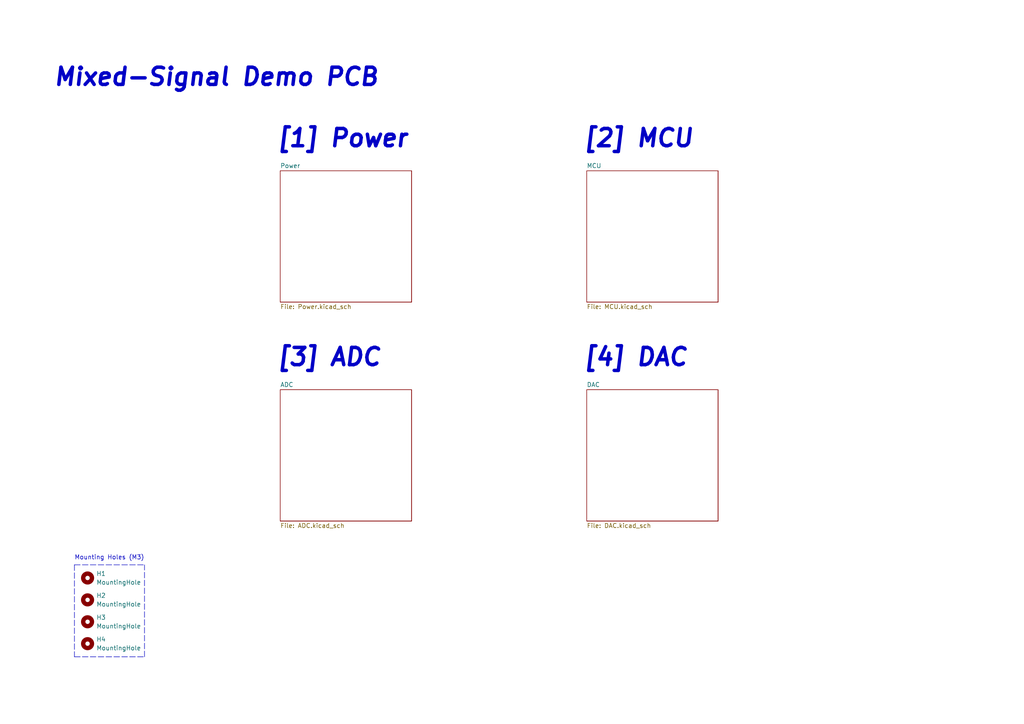
<source format=kicad_sch>
(kicad_sch (version 20211123) (generator eeschema)
  (paper "A4")
  (title_block (title "Mixed-Signal Demo PCB") (date "2022-01-04") (rev "0.1") (company "Phil's Lab"))
  (lib_symbols
    (symbol "Mechanical:MountingHole" (pin_names (offset 1.016))
      (property "Reference" "H" (at 0 5.08 0))
      (property "Value" "MountingHole" (at 0 3.175 0))
      (symbol "MountingHole_0_1"
        (circle (center 0 0) (radius 1.27) (stroke (width 1.27)))
      )
    )
  )
  (polyline (pts (xy 41.91 190.5) (xy 41.91 163.83)))
  (polyline (pts (xy 21.59 163.83) (xy 21.59 190.5)))
  (polyline (pts (xy 21.59 190.5) (xy 41.91 190.5)))
  (polyline (pts (xy 21.59 163.83) (xy 41.91 163.83)))
  (text "[4] DAC" (at 168.91 106.68 0) (effects (font (size 5.0038 5.0038) (thickness 1.0008) bold italic) (justify left bottom)))
  (text "Mixed-Signal Demo PCB" (at 15.24 25.4 0) (effects (font (size 5.0038 5.0038) (thickness 1.0008) bold italic) (justify left bottom)))
  (text "[3] ADC" (at 80.01 106.68 0) (effects (font (size 5.0038 5.0038) (thickness 1.0008) bold italic) (justify left bottom)))
  (text "Mounting Holes (M3)" (at 21.59 162.56 0) (effects (font (size 1.27 1.27)) (justify left bottom)))
  (text "[2] MCU" (at 168.91 43.18 0) (effects (font (size 5.0038 5.0038) (thickness 1.0008) bold italic) (justify left bottom)))
  (text "[1] Power" (at 80.01 43.18 0) (effects (font (size 5.0038 5.0038) (thickness 1.0008) bold italic) (justify left bottom)))
  (symbol (lib_id "Mechanical:MountingHole") (at 25.4 167.64 0) (unit 1)
    (property "Reference" "H1" (at 27.94 166.3699 0) (effects (justify left)))
    (property "Value" "MountingHole" (at 27.94 168.9099 0) (effects (justify left)))
    (property "Footprint" "MountingHole:MountingHole_3.2mm_M3" (effects hide))
  )
  (symbol (lib_id "Mechanical:MountingHole") (at 25.4 180.34 0) (unit 1)
    (property "Reference" "H3" (at 27.94 179.0699 0) (effects (justify left)))
    (property "Value" "MountingHole" (at 27.94 181.6099 0) (effects (justify left)))
    (property "Footprint" "MountingHole:MountingHole_3.2mm_M3" (effects hide))
  )
  (symbol (lib_id "Mechanical:MountingHole") (at 25.4 186.69 0) (unit 1)
    (property "Reference" "H4" (at 27.94 185.4199 0) (effects (justify left)))
    (property "Value" "MountingHole" (at 27.94 187.9599 0) (effects (justify left)))
    (property "Footprint" "MountingHole:MountingHole_3.2mm_M3" (effects hide))
  )
  (symbol (lib_id "Mechanical:MountingHole") (at 25.4 173.99 0) (unit 1)
    (property "Reference" "H2" (at 27.94 172.7199 0) (effects (justify left)))
    (property "Value" "MountingHole" (at 27.94 175.2599 0) (effects (justify left)))
    (property "Footprint" "MountingHole:MountingHole_3.2mm_M3" (effects hide))
  )
  (sheet (at 81.28 49.53) (size 38.1 38.1)
    (property "Sheet name" "Power" (at 81.28 48.8184 0) (effects (justify left bottom)))
    (property "Sheet file" "Power.kicad_sch" (at 81.28 88.2146 0) (effects (justify left top)))
  )
  (sheet (at 170.18 49.53) (size 38.1 38.1)
    (property "Sheet name" "MCU" (at 170.18 48.8184 0) (effects (justify left bottom)))
    (property "Sheet file" "MCU.kicad_sch" (at 170.18 88.2146 0) (effects (justify left top)))
  )
  (sheet (at 81.28 113.03) (size 38.1 38.1)
    (property "Sheet name" "ADC" (at 81.28 112.3184 0) (effects (justify left bottom)))
    (property "Sheet file" "ADC.kicad_sch" (at 81.28 151.7146 0) (effects (justify left top)))
  )
  (sheet (at 170.18 113.03) (size 38.1 38.1)
    (property "Sheet name" "DAC" (at 170.18 112.3184 0) (effects (justify left bottom)))
    (property "Sheet file" "DAC.kicad_sch" (at 170.18 151.7146 0) (effects (justify left top)))
  )
)
</source>
